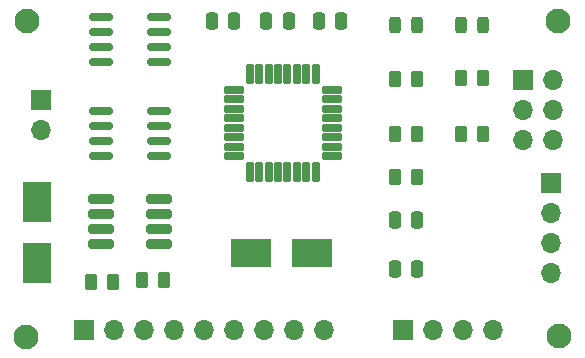
<source format=gts>
%TF.GenerationSoftware,KiCad,Pcbnew,7.0.5*%
%TF.CreationDate,2024-01-17T23:55:02+05:30*%
%TF.ProjectId,mcu datalogger,6d637520-6461-4746-916c-6f676765722e,1*%
%TF.SameCoordinates,Original*%
%TF.FileFunction,Soldermask,Top*%
%TF.FilePolarity,Negative*%
%FSLAX46Y46*%
G04 Gerber Fmt 4.6, Leading zero omitted, Abs format (unit mm)*
G04 Created by KiCad (PCBNEW 7.0.5) date 2024-01-17 23:55:02*
%MOMM*%
%LPD*%
G01*
G04 APERTURE LIST*
G04 Aperture macros list*
%AMRoundRect*
0 Rectangle with rounded corners*
0 $1 Rounding radius*
0 $2 $3 $4 $5 $6 $7 $8 $9 X,Y pos of 4 corners*
0 Add a 4 corners polygon primitive as box body*
4,1,4,$2,$3,$4,$5,$6,$7,$8,$9,$2,$3,0*
0 Add four circle primitives for the rounded corners*
1,1,$1+$1,$2,$3*
1,1,$1+$1,$4,$5*
1,1,$1+$1,$6,$7*
1,1,$1+$1,$8,$9*
0 Add four rect primitives between the rounded corners*
20,1,$1+$1,$2,$3,$4,$5,0*
20,1,$1+$1,$4,$5,$6,$7,0*
20,1,$1+$1,$6,$7,$8,$9,0*
20,1,$1+$1,$8,$9,$2,$3,0*%
G04 Aperture macros list end*
%ADD10RoundRect,0.250000X-0.262500X-0.450000X0.262500X-0.450000X0.262500X0.450000X-0.262500X0.450000X0*%
%ADD11RoundRect,0.150000X-0.825000X-0.150000X0.825000X-0.150000X0.825000X0.150000X-0.825000X0.150000X0*%
%ADD12R,3.500000X2.400000*%
%ADD13C,2.100000*%
%ADD14RoundRect,0.140500X-0.696500X-0.236500X0.696500X-0.236500X0.696500X0.236500X-0.696500X0.236500X0*%
%ADD15RoundRect,0.201000X-0.176000X-0.636000X0.176000X-0.636000X0.176000X0.636000X-0.176000X0.636000X0*%
%ADD16RoundRect,0.250000X-0.250000X-0.475000X0.250000X-0.475000X0.250000X0.475000X-0.250000X0.475000X0*%
%ADD17RoundRect,0.143300X-0.943700X-0.253700X0.943700X-0.253700X0.943700X0.253700X-0.943700X0.253700X0*%
%ADD18R,1.700000X1.700000*%
%ADD19O,1.700000X1.700000*%
%ADD20R,2.400000X3.500000*%
%ADD21RoundRect,0.243750X-0.243750X-0.456250X0.243750X-0.456250X0.243750X0.456250X-0.243750X0.456250X0*%
G04 APERTURE END LIST*
D10*
%TO.C,R3*%
X110434700Y-90775200D03*
X112259700Y-90775200D03*
%TD*%
D11*
%TO.C,U3*%
X111223200Y-68372400D03*
X111223200Y-69642400D03*
X111223200Y-70912400D03*
X111223200Y-72182400D03*
X116173200Y-72182400D03*
X116173200Y-70912400D03*
X116173200Y-69642400D03*
X116173200Y-68372400D03*
%TD*%
D12*
%TO.C,Y2*%
X123927200Y-88362200D03*
X129127200Y-88362200D03*
%TD*%
D13*
%TO.C,H4*%
X150037800Y-95351600D03*
%TD*%
D10*
%TO.C,R4*%
X114752700Y-90622800D03*
X116577700Y-90622800D03*
%TD*%
D14*
%TO.C,U4*%
X122468000Y-74538600D03*
X122468000Y-75338600D03*
X122468000Y-76138600D03*
X122468000Y-76938600D03*
X122468000Y-77738600D03*
X122468000Y-78538600D03*
X122468000Y-79338600D03*
X122468000Y-80138600D03*
D15*
X123838000Y-81508600D03*
X124638000Y-81508600D03*
X125438000Y-81508600D03*
X126238000Y-81508600D03*
X127038000Y-81508600D03*
X127838000Y-81508600D03*
X128638000Y-81508600D03*
X129438000Y-81508600D03*
D14*
X130808000Y-80138600D03*
X130808000Y-79338600D03*
X130808000Y-78538600D03*
X130808000Y-77738600D03*
X130808000Y-76938600D03*
X130808000Y-76138600D03*
X130808000Y-75338600D03*
X130808000Y-74538600D03*
D15*
X129438000Y-73168600D03*
X128638000Y-73168600D03*
X127838000Y-73168600D03*
X127038000Y-73168600D03*
X126238000Y-73168600D03*
X125438000Y-73168600D03*
X124638000Y-73168600D03*
X123838000Y-73168600D03*
%TD*%
D16*
%TO.C,C3*%
X136127400Y-89708400D03*
X138027400Y-89708400D03*
%TD*%
D17*
%TO.C,U2*%
X111234400Y-83739400D03*
X111234400Y-85009400D03*
X111234400Y-86279400D03*
X111234400Y-87549400D03*
X116184400Y-87549400D03*
X116184400Y-86279400D03*
X116184400Y-85009400D03*
X116184400Y-83739400D03*
%TD*%
D10*
%TO.C,R7*%
X141751000Y-78278400D03*
X143576000Y-78278400D03*
%TD*%
D18*
%TO.C,J1*%
X149326600Y-82448400D03*
D19*
X149326600Y-84988400D03*
X149326600Y-87528400D03*
X149326600Y-90068400D03*
%TD*%
D18*
%TO.C,J2*%
X109778800Y-94869000D03*
D19*
X112318800Y-94869000D03*
X114858800Y-94869000D03*
X117398800Y-94869000D03*
X119938800Y-94869000D03*
X122478800Y-94869000D03*
X125018800Y-94869000D03*
X127558800Y-94869000D03*
X130098800Y-94869000D03*
%TD*%
D13*
%TO.C,H1*%
X104952800Y-68681600D03*
%TD*%
D18*
%TO.C,J3*%
X136804400Y-94843600D03*
D19*
X139344400Y-94843600D03*
X141884400Y-94843600D03*
X144424400Y-94843600D03*
%TD*%
D18*
%TO.C,J4*%
X146939000Y-73685400D03*
D19*
X149479000Y-73685400D03*
X146939000Y-76225400D03*
X149479000Y-76225400D03*
X146939000Y-78765400D03*
X149479000Y-78765400D03*
%TD*%
D16*
%TO.C,C1*%
X129675800Y-68677200D03*
X131575800Y-68677200D03*
%TD*%
D18*
%TO.C,BT1*%
X106197400Y-75407600D03*
D19*
X106197400Y-77947600D03*
%TD*%
D13*
%TO.C,H3*%
X149910800Y-68707000D03*
%TD*%
D10*
%TO.C,R1*%
X136164900Y-73604800D03*
X137989900Y-73604800D03*
%TD*%
D16*
%TO.C,C4*%
X125230800Y-68728000D03*
X127130800Y-68728000D03*
%TD*%
D20*
%TO.C,Y1*%
X105867200Y-89188600D03*
X105867200Y-83988600D03*
%TD*%
D10*
%TO.C,R2*%
X141751000Y-73528600D03*
X143576000Y-73528600D03*
%TD*%
D21*
%TO.C,D1*%
X141746000Y-69032800D03*
X143621000Y-69032800D03*
%TD*%
D10*
%TO.C,R6*%
X136164900Y-78278400D03*
X137989900Y-78278400D03*
%TD*%
D16*
%TO.C,C2*%
X136127400Y-85542800D03*
X138027400Y-85542800D03*
%TD*%
D11*
%TO.C,U1*%
X111223200Y-76297200D03*
X111223200Y-77567200D03*
X111223200Y-78837200D03*
X111223200Y-80107200D03*
X116173200Y-80107200D03*
X116173200Y-78837200D03*
X116173200Y-77567200D03*
X116173200Y-76297200D03*
%TD*%
D13*
%TO.C,H2*%
X104927400Y-95453200D03*
%TD*%
D21*
%TO.C,D2*%
X136159900Y-69032800D03*
X138034900Y-69032800D03*
%TD*%
D10*
%TO.C,R5*%
X136164900Y-81885200D03*
X137989900Y-81885200D03*
%TD*%
D16*
%TO.C,C5*%
X120633400Y-68677200D03*
X122533400Y-68677200D03*
%TD*%
M02*

</source>
